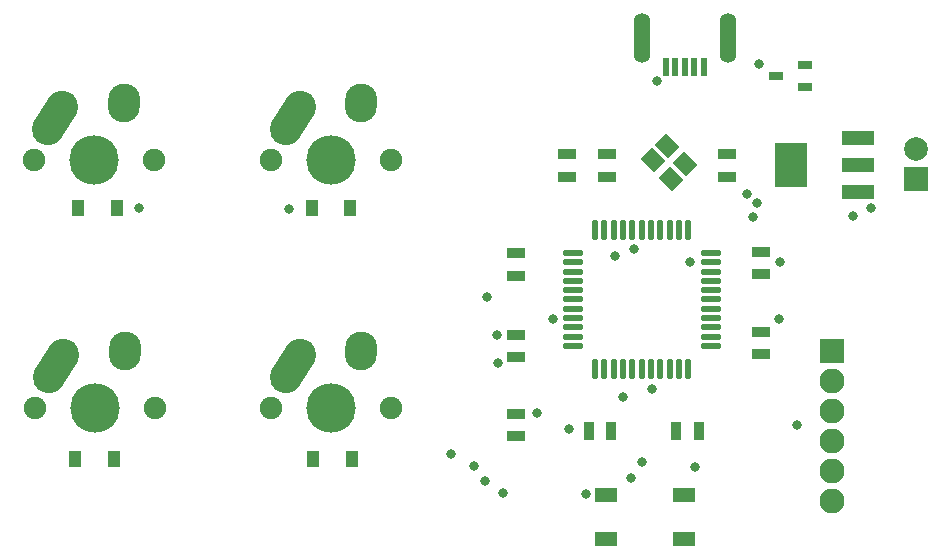
<source format=gbs>
G04*
G04 #@! TF.GenerationSoftware,Altium Limited,Altium Designer,21.2.0 (30)*
G04*
G04 Layer_Color=16711935*
%FSLAX25Y25*%
%MOIN*%
G70*
G04*
G04 #@! TF.SameCoordinates,0040915D-7402-430E-846D-5893D7272676*
G04*
G04*
G04 #@! TF.FilePolarity,Negative*
G04*
G01*
G75*
%ADD11C,0.08280*%
%ADD12R,0.08280X0.08280*%
%ADD13O,0.05524X0.16548*%
%ADD14R,0.07887X0.07887*%
%ADD15C,0.07887*%
G04:AMPARAMS|DCode=16|XSize=106.42mil|YSize=129.26mil|CornerRadius=53.21mil|HoleSize=0mil|Usage=FLASHONLY|Rotation=356.100|XOffset=0mil|YOffset=0mil|HoleType=Round|Shape=RoundedRectangle|*
%AMROUNDEDRECTD16*
21,1,0.10642,0.02284,0,0,356.1*
21,1,0.00000,0.12926,0,0,356.1*
1,1,0.10642,-0.00078,-0.01139*
1,1,0.10642,-0.00078,-0.01139*
1,1,0.10642,0.00078,0.01139*
1,1,0.10642,0.00078,0.01139*
%
%ADD16ROUNDEDRECTD16*%
G04:AMPARAMS|DCode=17|XSize=106.42mil|YSize=195.01mil|CornerRadius=53.21mil|HoleSize=0mil|Usage=FLASHONLY|Rotation=327.500|XOffset=0mil|YOffset=0mil|HoleType=Round|Shape=RoundedRectangle|*
%AMROUNDEDRECTD17*
21,1,0.10642,0.08858,0,0,327.5*
21,1,0.00000,0.19501,0,0,327.5*
1,1,0.10642,-0.02380,-0.03736*
1,1,0.10642,-0.02380,-0.03736*
1,1,0.10642,0.02380,0.03736*
1,1,0.10642,0.02380,0.03736*
%
%ADD17ROUNDEDRECTD17*%
%ADD18C,0.07500*%
%ADD19C,0.16500*%
%ADD20C,0.03162*%
%ADD44R,0.10505X0.04934*%
%ADD45R,0.10505X0.14737*%
%ADD46R,0.05013X0.03162*%
%ADD47O,0.01981X0.07099*%
%ADD48O,0.07099X0.01981*%
G04:AMPARAMS|DCode=49|XSize=63.12mil|YSize=55.24mil|CornerRadius=0mil|HoleSize=0mil|Usage=FLASHONLY|Rotation=135.000|XOffset=0mil|YOffset=0mil|HoleType=Round|Shape=Rectangle|*
%AMROTATEDRECTD49*
4,1,4,0.04185,-0.00278,0.00278,-0.04185,-0.04185,0.00278,-0.00278,0.04185,0.04185,-0.00278,0.0*
%
%ADD49ROTATEDRECTD49*%

%ADD50R,0.07493X0.04737*%
%ADD51R,0.05900X0.03600*%
%ADD52R,0.02139X0.06312*%
%ADD53R,0.03600X0.05900*%
%ADD54R,0.04400X0.05600*%
D11*
X300787Y24213D02*
D03*
Y34213D02*
D03*
Y44213D02*
D03*
Y54213D02*
D03*
Y64213D02*
D03*
D12*
Y74213D02*
D03*
D13*
X266142Y178347D02*
D03*
X237402D02*
D03*
D14*
X328740Y131496D02*
D03*
D15*
Y141496D02*
D03*
D16*
X64724Y156654D02*
D03*
X143780Y73976D02*
D03*
X65039D02*
D03*
X143780Y156654D02*
D03*
D17*
X41988Y151654D02*
D03*
X121043Y68976D02*
D03*
X42303D02*
D03*
X121043Y151654D02*
D03*
D18*
X74803Y137795D02*
D03*
X34803D02*
D03*
X153858Y55118D02*
D03*
X113858D02*
D03*
X75118D02*
D03*
X35118D02*
D03*
X153858Y137795D02*
D03*
X113858D02*
D03*
D19*
X54803D02*
D03*
X133858Y55118D02*
D03*
X55118D02*
D03*
X133858Y137795D02*
D03*
D20*
X274601Y118903D02*
D03*
X253543Y103740D02*
D03*
X213242Y48130D02*
D03*
X283268Y84842D02*
D03*
X283366Y103937D02*
D03*
X228445Y105905D02*
D03*
X234744Y108169D02*
D03*
X202362Y53347D02*
D03*
X189567Y70079D02*
D03*
X189173Y79331D02*
D03*
X191043Y26772D02*
D03*
X218898Y26476D02*
D03*
X289173Y49311D02*
D03*
X255217Y35630D02*
D03*
X272441Y126476D02*
D03*
X276575Y169882D02*
D03*
X242520Y163976D02*
D03*
X185925Y92126D02*
D03*
X207776Y84744D02*
D03*
X237598Y37008D02*
D03*
X233858Y31791D02*
D03*
X231102Y58858D02*
D03*
X185335Y30709D02*
D03*
X181595Y35827D02*
D03*
X173917Y39961D02*
D03*
X240945Y61614D02*
D03*
X119685Y121555D02*
D03*
X69784Y121752D02*
D03*
X275886Y123524D02*
D03*
X313681Y121752D02*
D03*
X307776Y119095D02*
D03*
D44*
X309675Y145276D02*
D03*
Y136221D02*
D03*
Y127165D02*
D03*
D45*
X287175Y136221D02*
D03*
D46*
X282145Y165748D02*
D03*
X291870Y162008D02*
D03*
Y169488D02*
D03*
D47*
X221902Y68301D02*
D03*
X225002D02*
D03*
X228102D02*
D03*
X231202D02*
D03*
X234302D02*
D03*
X237402D02*
D03*
X240502D02*
D03*
X243602D02*
D03*
X246702D02*
D03*
X249802D02*
D03*
X252902D02*
D03*
X249802Y114376D02*
D03*
X246702D02*
D03*
X243602D02*
D03*
X240502D02*
D03*
X237402D02*
D03*
X234302D02*
D03*
X231202D02*
D03*
X228102D02*
D03*
X225002D02*
D03*
X221902D02*
D03*
X252902D02*
D03*
D48*
X260439Y75839D02*
D03*
Y78939D02*
D03*
Y82039D02*
D03*
Y85139D02*
D03*
Y88239D02*
D03*
Y91339D02*
D03*
Y94439D02*
D03*
Y97539D02*
D03*
Y100639D02*
D03*
Y103739D02*
D03*
Y106839D02*
D03*
X214365D02*
D03*
Y103739D02*
D03*
Y100639D02*
D03*
Y97539D02*
D03*
Y94439D02*
D03*
Y91339D02*
D03*
Y88239D02*
D03*
Y85139D02*
D03*
Y82039D02*
D03*
Y78939D02*
D03*
Y75839D02*
D03*
D49*
X247153Y131580D02*
D03*
X241028Y137704D02*
D03*
X245761Y142437D02*
D03*
X251886Y136312D02*
D03*
D50*
X225591Y11618D02*
D03*
X251575Y11613D02*
D03*
X225591Y26183D02*
D03*
X251575D02*
D03*
D51*
X277165Y73022D02*
D03*
Y80522D02*
D03*
X195669Y53150D02*
D03*
Y45650D02*
D03*
X225984Y139784D02*
D03*
Y132283D02*
D03*
X265748Y139784D02*
D03*
Y132283D02*
D03*
X195669Y99213D02*
D03*
Y106713D02*
D03*
Y72047D02*
D03*
Y79547D02*
D03*
X277165Y99793D02*
D03*
Y107293D02*
D03*
X212598Y132283D02*
D03*
Y139784D02*
D03*
D52*
X258071Y168898D02*
D03*
X254921D02*
D03*
X251771D02*
D03*
X248622D02*
D03*
X245472D02*
D03*
D53*
X219685Y47638D02*
D03*
X227185D02*
D03*
X256506D02*
D03*
X249006D02*
D03*
D54*
X127408Y121654D02*
D03*
X140308D02*
D03*
X127802Y38189D02*
D03*
X140702D02*
D03*
X61417D02*
D03*
X48517D02*
D03*
X62356Y121654D02*
D03*
X49456D02*
D03*
M02*

</source>
